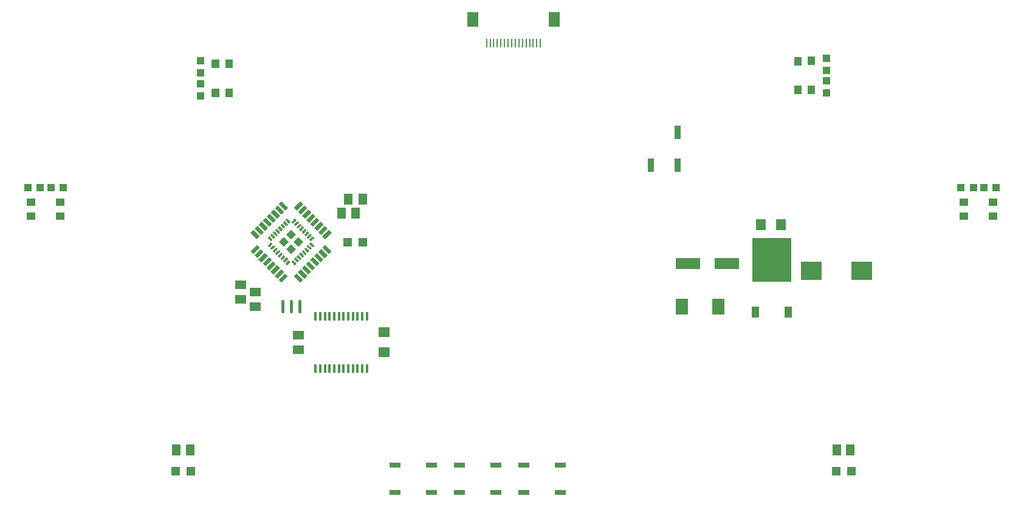
<source format=gbr>
G04 EAGLE Gerber RS-274X export*
G75*
%MOMM*%
%FSLAX34Y34*%
%LPD*%
%INSolderpaste Top*%
%IPPOS*%
%AMOC8*
5,1,8,0,0,1.08239X$1,22.5*%
G01*
%ADD10R,1.270000X0.558800*%
%ADD11R,0.558800X1.270000*%
%ADD12C,0.450000*%
%ADD13C,0.150000*%
%ADD14R,0.950000X0.950000*%
%ADD15R,1.300000X1.600000*%
%ADD16R,1.524000X0.762000*%
%ADD17R,0.400000X1.250000*%
%ADD18R,1.600000X1.300000*%
%ADD19R,1.600000X1.400000*%
%ADD20R,5.400000X6.200000*%
%ADD21R,1.000000X1.600000*%
%ADD22R,1.800000X2.200000*%
%ADD23R,3.000000X2.500000*%
%ADD24R,1.400000X1.600000*%
%ADD25R,1.200000X1.200000*%
%ADD26R,1.300000X1.500000*%
%ADD27R,3.500000X1.600000*%
%ADD28R,0.250000X1.250000*%
%ADD29R,1.650000X2.050000*%
%ADD30R,0.965200X1.930400*%
%ADD31R,1.000000X1.100000*%
%ADD32R,1.201059X1.099838*%
%ADD33R,1.202450X1.101419*%
%ADD34R,1.199731X1.100281*%
%ADD35R,1.248431X1.099550*%
%ADD36R,1.100000X1.000000*%
%ADD37R,1.099838X1.201059*%
%ADD38R,1.101419X1.202450*%
%ADD39R,1.100281X1.199731*%
%ADD40R,1.099550X1.248431*%


D10*
G36*
X-353687Y-18040D02*
X-362666Y-27019D01*
X-366617Y-23068D01*
X-357638Y-14089D01*
X-353687Y-18040D01*
G37*
G36*
X-348030Y-23697D02*
X-357009Y-32676D01*
X-360960Y-28725D01*
X-351981Y-19746D01*
X-348030Y-23697D01*
G37*
G36*
X-342374Y-29354D02*
X-351353Y-38333D01*
X-355304Y-34382D01*
X-346325Y-25403D01*
X-342374Y-29354D01*
G37*
G36*
X-336717Y-35011D02*
X-345696Y-43990D01*
X-349647Y-40039D01*
X-340668Y-31060D01*
X-336717Y-35011D01*
G37*
G36*
X-331060Y-40668D02*
X-340039Y-49647D01*
X-343990Y-45696D01*
X-335011Y-36717D01*
X-331060Y-40668D01*
G37*
G36*
X-325403Y-46325D02*
X-334382Y-55304D01*
X-338333Y-51353D01*
X-329354Y-42374D01*
X-325403Y-46325D01*
G37*
G36*
X-319746Y-51981D02*
X-328725Y-60960D01*
X-332676Y-57009D01*
X-323697Y-48030D01*
X-319746Y-51981D01*
G37*
G36*
X-314089Y-57638D02*
X-323068Y-66617D01*
X-327019Y-62666D01*
X-318040Y-53687D01*
X-314089Y-57638D01*
G37*
D11*
G36*
X-292981Y-62666D02*
X-296932Y-66617D01*
X-305911Y-57638D01*
X-301960Y-53687D01*
X-292981Y-62666D01*
G37*
G36*
X-287324Y-57009D02*
X-291275Y-60960D01*
X-300254Y-51981D01*
X-296303Y-48030D01*
X-287324Y-57009D01*
G37*
G36*
X-281667Y-51353D02*
X-285618Y-55304D01*
X-294597Y-46325D01*
X-290646Y-42374D01*
X-281667Y-51353D01*
G37*
G36*
X-276010Y-45696D02*
X-279961Y-49647D01*
X-288940Y-40668D01*
X-284989Y-36717D01*
X-276010Y-45696D01*
G37*
G36*
X-270353Y-40039D02*
X-274304Y-43990D01*
X-283283Y-35011D01*
X-279332Y-31060D01*
X-270353Y-40039D01*
G37*
G36*
X-264696Y-34382D02*
X-268647Y-38333D01*
X-277626Y-29354D01*
X-273675Y-25403D01*
X-264696Y-34382D01*
G37*
G36*
X-259040Y-28725D02*
X-262991Y-32676D01*
X-271970Y-23697D01*
X-268019Y-19746D01*
X-259040Y-28725D01*
G37*
G36*
X-253383Y-23068D02*
X-257334Y-27019D01*
X-266313Y-18040D01*
X-262362Y-14089D01*
X-253383Y-23068D01*
G37*
D10*
G36*
X-253383Y3068D02*
X-262362Y-5911D01*
X-266313Y-1960D01*
X-257334Y7019D01*
X-253383Y3068D01*
G37*
G36*
X-259040Y8725D02*
X-268019Y-254D01*
X-271970Y3697D01*
X-262991Y12676D01*
X-259040Y8725D01*
G37*
G36*
X-264696Y14382D02*
X-273675Y5403D01*
X-277626Y9354D01*
X-268647Y18333D01*
X-264696Y14382D01*
G37*
G36*
X-270353Y20039D02*
X-279332Y11060D01*
X-283283Y15011D01*
X-274304Y23990D01*
X-270353Y20039D01*
G37*
G36*
X-276010Y25696D02*
X-284989Y16717D01*
X-288940Y20668D01*
X-279961Y29647D01*
X-276010Y25696D01*
G37*
G36*
X-281667Y31353D02*
X-290646Y22374D01*
X-294597Y26325D01*
X-285618Y35304D01*
X-281667Y31353D01*
G37*
G36*
X-287324Y37009D02*
X-296303Y28030D01*
X-300254Y31981D01*
X-291275Y40960D01*
X-287324Y37009D01*
G37*
G36*
X-292981Y42666D02*
X-301960Y33687D01*
X-305911Y37638D01*
X-296932Y46617D01*
X-292981Y42666D01*
G37*
D11*
G36*
X-314089Y37638D02*
X-318040Y33687D01*
X-327019Y42666D01*
X-323068Y46617D01*
X-314089Y37638D01*
G37*
G36*
X-319746Y31981D02*
X-323697Y28030D01*
X-332676Y37009D01*
X-328725Y40960D01*
X-319746Y31981D01*
G37*
G36*
X-325403Y26325D02*
X-329354Y22374D01*
X-338333Y31353D01*
X-334382Y35304D01*
X-325403Y26325D01*
G37*
G36*
X-331060Y20668D02*
X-335011Y16717D01*
X-343990Y25696D01*
X-340039Y29647D01*
X-331060Y20668D01*
G37*
G36*
X-336717Y15011D02*
X-340668Y11060D01*
X-349647Y20039D01*
X-345696Y23990D01*
X-336717Y15011D01*
G37*
G36*
X-342374Y9354D02*
X-346325Y5403D01*
X-355304Y14382D01*
X-351353Y18333D01*
X-342374Y9354D01*
G37*
G36*
X-348030Y3697D02*
X-351981Y-254D01*
X-360960Y8725D01*
X-357009Y12676D01*
X-348030Y3697D01*
G37*
G36*
X-353687Y-1960D02*
X-357638Y-5911D01*
X-366617Y3068D01*
X-362666Y7019D01*
X-353687Y-1960D01*
G37*
D12*
X-322000Y-92725D02*
X-322000Y-107275D01*
X-310000Y-107275D02*
X-310000Y-92725D01*
X-298000Y-92725D02*
X-298000Y-107275D01*
D13*
X-340405Y-16717D02*
X-336517Y-12829D01*
X-340405Y-16717D02*
X-341465Y-15657D01*
X-337577Y-11769D01*
X-336517Y-12829D01*
X-338980Y-15292D02*
X-341100Y-15292D01*
X-339675Y-13867D02*
X-337555Y-13867D01*
X-336904Y-12442D02*
X-338250Y-12442D01*
X-332982Y-16364D02*
X-336870Y-20252D01*
X-337930Y-19192D01*
X-334042Y-15304D01*
X-332982Y-16364D01*
X-335445Y-18827D02*
X-337565Y-18827D01*
X-336140Y-17402D02*
X-334020Y-17402D01*
X-333369Y-15977D02*
X-334715Y-15977D01*
X-329446Y-19900D02*
X-333334Y-23788D01*
X-334394Y-22728D01*
X-330506Y-18840D01*
X-329446Y-19900D01*
X-331909Y-22363D02*
X-334029Y-22363D01*
X-332604Y-20938D02*
X-330484Y-20938D01*
X-329833Y-19513D02*
X-331179Y-19513D01*
X-325911Y-23435D02*
X-329799Y-27323D01*
X-330859Y-26263D01*
X-326971Y-22375D01*
X-325911Y-23435D01*
X-328374Y-25898D02*
X-330494Y-25898D01*
X-329069Y-24473D02*
X-326949Y-24473D01*
X-326298Y-23048D02*
X-327644Y-23048D01*
X-322375Y-26971D02*
X-326263Y-30859D01*
X-327323Y-29799D01*
X-323435Y-25911D01*
X-322375Y-26971D01*
X-324838Y-29434D02*
X-326958Y-29434D01*
X-325533Y-28009D02*
X-323413Y-28009D01*
X-322762Y-26584D02*
X-324108Y-26584D01*
X-318840Y-30506D02*
X-322728Y-34394D01*
X-323788Y-33334D01*
X-319900Y-29446D01*
X-318840Y-30506D01*
X-321303Y-32969D02*
X-323423Y-32969D01*
X-321998Y-31544D02*
X-319878Y-31544D01*
X-319227Y-30119D02*
X-320573Y-30119D01*
X-315304Y-34042D02*
X-319192Y-37930D01*
X-320252Y-36870D01*
X-316364Y-32982D01*
X-315304Y-34042D01*
X-317767Y-36505D02*
X-319887Y-36505D01*
X-318462Y-35080D02*
X-316342Y-35080D01*
X-315691Y-33655D02*
X-317037Y-33655D01*
X-311769Y-37577D02*
X-315657Y-41465D01*
X-316717Y-40405D01*
X-312829Y-36517D01*
X-311769Y-37577D01*
X-314232Y-40040D02*
X-316352Y-40040D01*
X-314927Y-38615D02*
X-312807Y-38615D01*
X-312156Y-37190D02*
X-313502Y-37190D01*
X-304343Y-41465D02*
X-303283Y-40405D01*
X-304343Y-41465D02*
X-308231Y-37577D01*
X-307171Y-36517D01*
X-303283Y-40405D01*
X-303648Y-40040D02*
X-305768Y-40040D01*
X-305073Y-38615D02*
X-307193Y-38615D01*
X-307844Y-37190D02*
X-306498Y-37190D01*
X-300808Y-37930D02*
X-299748Y-36870D01*
X-300808Y-37930D02*
X-304696Y-34042D01*
X-303636Y-32982D01*
X-299748Y-36870D01*
X-300113Y-36505D02*
X-302233Y-36505D01*
X-301538Y-35080D02*
X-303658Y-35080D01*
X-304309Y-33655D02*
X-302963Y-33655D01*
X-297272Y-34394D02*
X-296212Y-33334D01*
X-297272Y-34394D02*
X-301160Y-30506D01*
X-300100Y-29446D01*
X-296212Y-33334D01*
X-296577Y-32969D02*
X-298697Y-32969D01*
X-298002Y-31544D02*
X-300122Y-31544D01*
X-300773Y-30119D02*
X-299427Y-30119D01*
X-293737Y-30859D02*
X-292677Y-29799D01*
X-293737Y-30859D02*
X-297625Y-26971D01*
X-296565Y-25911D01*
X-292677Y-29799D01*
X-293042Y-29434D02*
X-295162Y-29434D01*
X-294467Y-28009D02*
X-296587Y-28009D01*
X-297238Y-26584D02*
X-295892Y-26584D01*
X-290201Y-27323D02*
X-289141Y-26263D01*
X-290201Y-27323D02*
X-294089Y-23435D01*
X-293029Y-22375D01*
X-289141Y-26263D01*
X-289506Y-25898D02*
X-291626Y-25898D01*
X-290931Y-24473D02*
X-293051Y-24473D01*
X-293702Y-23048D02*
X-292356Y-23048D01*
X-286666Y-23788D02*
X-285606Y-22728D01*
X-286666Y-23788D02*
X-290554Y-19900D01*
X-289494Y-18840D01*
X-285606Y-22728D01*
X-285971Y-22363D02*
X-288091Y-22363D01*
X-287396Y-20938D02*
X-289516Y-20938D01*
X-290167Y-19513D02*
X-288821Y-19513D01*
X-283130Y-20252D02*
X-282070Y-19192D01*
X-283130Y-20252D02*
X-287018Y-16364D01*
X-285958Y-15304D01*
X-282070Y-19192D01*
X-282435Y-18827D02*
X-284555Y-18827D01*
X-283860Y-17402D02*
X-285980Y-17402D01*
X-286631Y-15977D02*
X-285285Y-15977D01*
X-279595Y-16717D02*
X-278535Y-15657D01*
X-279595Y-16717D02*
X-283483Y-12829D01*
X-282423Y-11769D01*
X-278535Y-15657D01*
X-278900Y-15292D02*
X-281020Y-15292D01*
X-280325Y-13867D02*
X-282445Y-13867D01*
X-283096Y-12442D02*
X-281750Y-12442D01*
X-282423Y-8231D02*
X-278535Y-4343D01*
X-282423Y-8231D02*
X-283483Y-7171D01*
X-279595Y-3283D01*
X-278535Y-4343D01*
X-280998Y-6806D02*
X-283118Y-6806D01*
X-281693Y-5381D02*
X-279573Y-5381D01*
X-278922Y-3956D02*
X-280268Y-3956D01*
X-282070Y-808D02*
X-285958Y-4696D01*
X-287018Y-3636D01*
X-283130Y252D01*
X-282070Y-808D01*
X-284533Y-3271D02*
X-286653Y-3271D01*
X-285228Y-1846D02*
X-283108Y-1846D01*
X-282457Y-421D02*
X-283803Y-421D01*
X-285606Y2728D02*
X-289494Y-1160D01*
X-290554Y-100D01*
X-286666Y3788D01*
X-285606Y2728D01*
X-288069Y265D02*
X-290189Y265D01*
X-288764Y1690D02*
X-286644Y1690D01*
X-285993Y3115D02*
X-287339Y3115D01*
X-289141Y6263D02*
X-293029Y2375D01*
X-294089Y3435D01*
X-290201Y7323D01*
X-289141Y6263D01*
X-291604Y3800D02*
X-293724Y3800D01*
X-292299Y5225D02*
X-290179Y5225D01*
X-289528Y6650D02*
X-290874Y6650D01*
X-292677Y9799D02*
X-296565Y5911D01*
X-297625Y6971D01*
X-293737Y10859D01*
X-292677Y9799D01*
X-295140Y7336D02*
X-297260Y7336D01*
X-295835Y8761D02*
X-293715Y8761D01*
X-293064Y10186D02*
X-294410Y10186D01*
X-296212Y13334D02*
X-300100Y9446D01*
X-301160Y10506D01*
X-297272Y14394D01*
X-296212Y13334D01*
X-298675Y10871D02*
X-300795Y10871D01*
X-299370Y12296D02*
X-297250Y12296D01*
X-296599Y13721D02*
X-297945Y13721D01*
X-299748Y16870D02*
X-303636Y12982D01*
X-304696Y14042D01*
X-300808Y17930D01*
X-299748Y16870D01*
X-302211Y14407D02*
X-304331Y14407D01*
X-302906Y15832D02*
X-300786Y15832D01*
X-300135Y17257D02*
X-301481Y17257D01*
X-303283Y20405D02*
X-307171Y16517D01*
X-308231Y17577D01*
X-304343Y21465D01*
X-303283Y20405D01*
X-305746Y17942D02*
X-307866Y17942D01*
X-306441Y19367D02*
X-304321Y19367D01*
X-303670Y20792D02*
X-305016Y20792D01*
X-311769Y17577D02*
X-312829Y16517D01*
X-316717Y20405D01*
X-315657Y21465D01*
X-311769Y17577D01*
X-312134Y17942D02*
X-314254Y17942D01*
X-313559Y19367D02*
X-315679Y19367D01*
X-316330Y20792D02*
X-314984Y20792D01*
X-315304Y14042D02*
X-316364Y12982D01*
X-320252Y16870D01*
X-319192Y17930D01*
X-315304Y14042D01*
X-315669Y14407D02*
X-317789Y14407D01*
X-317094Y15832D02*
X-319214Y15832D01*
X-319865Y17257D02*
X-318519Y17257D01*
X-318840Y10506D02*
X-319900Y9446D01*
X-323788Y13334D01*
X-322728Y14394D01*
X-318840Y10506D01*
X-319205Y10871D02*
X-321325Y10871D01*
X-320630Y12296D02*
X-322750Y12296D01*
X-323401Y13721D02*
X-322055Y13721D01*
X-322375Y6971D02*
X-323435Y5911D01*
X-327323Y9799D01*
X-326263Y10859D01*
X-322375Y6971D01*
X-322740Y7336D02*
X-324860Y7336D01*
X-324165Y8761D02*
X-326285Y8761D01*
X-326936Y10186D02*
X-325590Y10186D01*
X-325911Y3435D02*
X-326971Y2375D01*
X-330859Y6263D01*
X-329799Y7323D01*
X-325911Y3435D01*
X-326276Y3800D02*
X-328396Y3800D01*
X-327701Y5225D02*
X-329821Y5225D01*
X-330472Y6650D02*
X-329126Y6650D01*
X-329446Y-100D02*
X-330506Y-1160D01*
X-334394Y2728D01*
X-333334Y3788D01*
X-329446Y-100D01*
X-329811Y265D02*
X-331931Y265D01*
X-331236Y1690D02*
X-333356Y1690D01*
X-334007Y3115D02*
X-332661Y3115D01*
X-332982Y-3636D02*
X-334042Y-4696D01*
X-337930Y-808D01*
X-336870Y252D01*
X-332982Y-3636D01*
X-333347Y-3271D02*
X-335467Y-3271D01*
X-334772Y-1846D02*
X-336892Y-1846D01*
X-337543Y-421D02*
X-336197Y-421D01*
X-336517Y-7171D02*
X-337577Y-8231D01*
X-341465Y-4343D01*
X-340405Y-3283D01*
X-336517Y-7171D01*
X-336882Y-6806D02*
X-339002Y-6806D01*
X-338307Y-5381D02*
X-340427Y-5381D01*
X-341078Y-3956D02*
X-339732Y-3956D01*
D14*
G36*
X-313536Y-10000D02*
X-320253Y-16717D01*
X-326970Y-10000D01*
X-320253Y-3283D01*
X-313536Y-10000D01*
G37*
G36*
X-303283Y253D02*
X-310000Y-6464D01*
X-316717Y253D01*
X-310000Y6970D01*
X-303283Y253D01*
G37*
G36*
X-293030Y-10000D02*
X-299747Y-16717D01*
X-306464Y-10000D01*
X-299747Y-3283D01*
X-293030Y-10000D01*
G37*
G36*
X-303283Y-20253D02*
X-310000Y-26970D01*
X-316717Y-20253D01*
X-310000Y-13536D01*
X-303283Y-20253D01*
G37*
D15*
X-210128Y49736D03*
X-230128Y49736D03*
X-219928Y30320D03*
X-239928Y30320D03*
D16*
X-165400Y-320950D03*
X-114600Y-320950D03*
X-165400Y-359050D03*
X-114600Y-359050D03*
D17*
X-275750Y-186250D03*
X-269250Y-186250D03*
X-262750Y-186250D03*
X-256250Y-186250D03*
X-249750Y-186250D03*
X-243250Y-186250D03*
X-236750Y-186250D03*
X-230250Y-186250D03*
X-223750Y-186250D03*
X-217250Y-186250D03*
X-210750Y-186250D03*
X-204250Y-186250D03*
X-217250Y-113750D03*
X-223750Y-113750D03*
X-230250Y-113750D03*
X-236750Y-113750D03*
X-243250Y-113750D03*
X-249750Y-113750D03*
X-256250Y-113750D03*
X-262750Y-113750D03*
X-269250Y-113750D03*
X-275750Y-113750D03*
X-210750Y-113750D03*
X-204250Y-113750D03*
D18*
X-300000Y-160000D03*
X-300000Y-140000D03*
D19*
X-180000Y-164000D03*
X-180000Y-136000D03*
D20*
X360000Y-35000D03*
D21*
X337200Y-108000D03*
X382800Y-108000D03*
D22*
X285500Y-100000D03*
X234500Y-100000D03*
D23*
X415000Y-50000D03*
X485000Y-50000D03*
D24*
X372820Y14290D03*
X344820Y14290D03*
D25*
X-209787Y-10127D03*
X-230787Y-10127D03*
X470500Y-330000D03*
X449500Y-330000D03*
D26*
X450500Y-300000D03*
X469500Y-300000D03*
D25*
X-449500Y-330000D03*
X-470500Y-330000D03*
D26*
X-469500Y-300000D03*
X-450500Y-300000D03*
D16*
X-75400Y-320950D03*
X-24600Y-320950D03*
X-75400Y-359050D03*
X-24600Y-359050D03*
X14600Y-320950D03*
X65400Y-320950D03*
X14600Y-359050D03*
X65400Y-359050D03*
D27*
X243000Y-40000D03*
X297000Y-40000D03*
D18*
X-380000Y-90000D03*
X-380000Y-70000D03*
X-360000Y-100000D03*
X-360000Y-80000D03*
D28*
X37500Y267500D03*
X32500Y267500D03*
X27500Y267500D03*
X22500Y267500D03*
X17500Y267500D03*
X12500Y267500D03*
X7500Y267500D03*
X2500Y267500D03*
X-2500Y267500D03*
X-7500Y267500D03*
X-12500Y267500D03*
X-17500Y267500D03*
X-22500Y267500D03*
X-27500Y267500D03*
X-32500Y267500D03*
X-37500Y267500D03*
D29*
X-56500Y300000D03*
X56500Y300000D03*
D30*
X191500Y97000D03*
X228500Y143000D03*
X228500Y97000D03*
D31*
X-627500Y66000D03*
X-644500Y66000D03*
X-676400Y66000D03*
X-659400Y66000D03*
D32*
X-631895Y26099D03*
D33*
X-631888Y45107D03*
D34*
X-672401Y45101D03*
D35*
X-672158Y26098D03*
D36*
X-631800Y26200D03*
X-631800Y45300D03*
X-672300Y26200D03*
X-672300Y45300D03*
D31*
X672500Y66000D03*
X655500Y66000D03*
X623600Y66000D03*
X640600Y66000D03*
D32*
X668105Y26099D03*
D33*
X668112Y45107D03*
D34*
X627599Y45101D03*
D35*
X627842Y26098D03*
D36*
X668200Y26200D03*
X668200Y45300D03*
X627700Y26200D03*
X627700Y45300D03*
X-436000Y242500D03*
X-436000Y225500D03*
X-436000Y193600D03*
X-436000Y210600D03*
D37*
X-396099Y238105D03*
D38*
X-415107Y238112D03*
D39*
X-415101Y197599D03*
D40*
X-396098Y197842D03*
D31*
X-396200Y238200D03*
X-415300Y238200D03*
X-396200Y197700D03*
X-415300Y197700D03*
D36*
X436000Y197500D03*
X436000Y214500D03*
X436000Y246400D03*
X436000Y229400D03*
D37*
X396099Y201895D03*
D38*
X415107Y201888D03*
D39*
X415101Y242401D03*
D40*
X396098Y242158D03*
D31*
X396200Y201800D03*
X415300Y201800D03*
X396200Y242300D03*
X415300Y242300D03*
M02*

</source>
